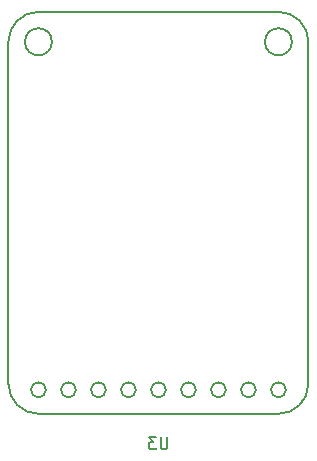
<source format=gbo>
G04 #@! TF.GenerationSoftware,KiCad,Pcbnew,(5.0.1)-3*
G04 #@! TF.CreationDate,2018-11-19T22:52:35-06:00*
G04 #@! TF.ProjectId,19-ELC-2700(Telemetry),31392D454C432D323730302854656C65,rev?*
G04 #@! TF.SameCoordinates,Original*
G04 #@! TF.FileFunction,Legend,Bot*
G04 #@! TF.FilePolarity,Positive*
%FSLAX46Y46*%
G04 Gerber Fmt 4.6, Leading zero omitted, Abs format (unit mm)*
G04 Created by KiCad (PCBNEW (5.0.1)-3) date 11/19/2018 10:52:35 PM*
%MOMM*%
%LPD*%
G01*
G04 APERTURE LIST*
%ADD10C,0.150000*%
G04 APERTURE END LIST*
D10*
G04 #@! TO.C,U3*
X101803000Y-66274000D02*
G75*
G03X101803000Y-66274000I-1143000J0D01*
G01*
X101803000Y-66274000D02*
G75*
G03X101803000Y-66274000I-1143000J0D01*
G01*
X122123000Y-66274000D02*
G75*
G03X122123000Y-66274000I-1143000J0D01*
G01*
X100660000Y-63734000D02*
G75*
G03X98120000Y-66274000I0J-2540000D01*
G01*
X123520000Y-66274000D02*
G75*
G03X120980000Y-63734000I-2540000J0D01*
G01*
X120980000Y-97770000D02*
G75*
G03X123520000Y-95230000I0J2540000D01*
G01*
X98120000Y-95230000D02*
G75*
G03X100660000Y-97770000I2540000J0D01*
G01*
X123520000Y-95230000D02*
X123520000Y-66274000D01*
X120980000Y-63734000D02*
X100660000Y-63734000D01*
X98120000Y-66274000D02*
X98120000Y-95230000D01*
X100660000Y-97770000D02*
X120980000Y-97770000D01*
X111455000Y-95738000D02*
G75*
G03X111455000Y-95738000I-635000J0D01*
G01*
X108915000Y-95738000D02*
G75*
G03X108915000Y-95738000I-635000J0D01*
G01*
X106375000Y-95738000D02*
G75*
G03X106375000Y-95738000I-635000J0D01*
G01*
X103835000Y-95738000D02*
G75*
G03X103835000Y-95738000I-635000J0D01*
G01*
X101295000Y-95738000D02*
G75*
G03X101295000Y-95738000I-635000J0D01*
G01*
X113995000Y-95738000D02*
G75*
G03X113995000Y-95738000I-635000J0D01*
G01*
X116535000Y-95738000D02*
G75*
G03X116535000Y-95738000I-635000J0D01*
G01*
X119075000Y-95738000D02*
G75*
G03X119075000Y-95738000I-635000J0D01*
G01*
X121615000Y-95738000D02*
G75*
G03X121615000Y-95738000I-635000J0D01*
G01*
X111581904Y-99762380D02*
X111581904Y-100571904D01*
X111534285Y-100667142D01*
X111486666Y-100714761D01*
X111391428Y-100762380D01*
X111200952Y-100762380D01*
X111105714Y-100714761D01*
X111058095Y-100667142D01*
X111010476Y-100571904D01*
X111010476Y-99762380D01*
X110629523Y-99762380D02*
X110010476Y-99762380D01*
X110343809Y-100143333D01*
X110200952Y-100143333D01*
X110105714Y-100190952D01*
X110058095Y-100238571D01*
X110010476Y-100333809D01*
X110010476Y-100571904D01*
X110058095Y-100667142D01*
X110105714Y-100714761D01*
X110200952Y-100762380D01*
X110486666Y-100762380D01*
X110581904Y-100714761D01*
X110629523Y-100667142D01*
G04 #@! TD*
M02*

</source>
